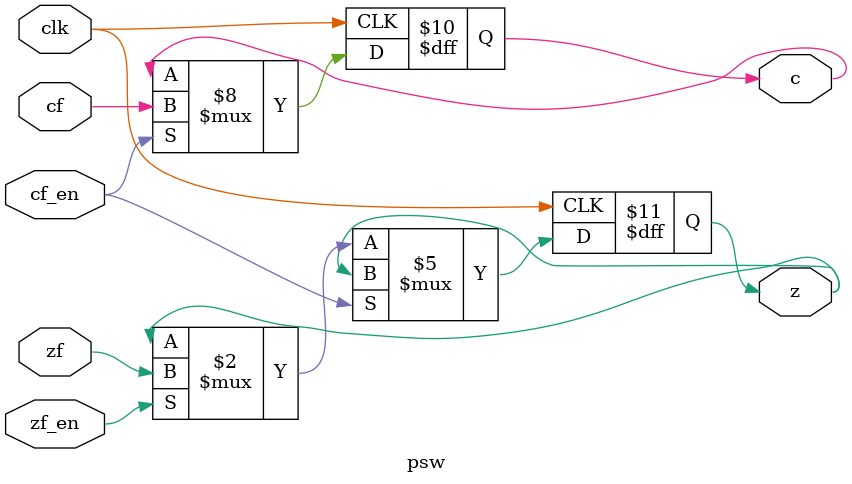
<source format=v>

module psw(
	input clk,cf_en,zf_en,cf,zf,
	output reg c,z
);
always@(negedge clk)
begin
	if(cf_en) c <= cf;
	else if(zf_en) z <= zf;
	else ;
end
endmodule

</source>
